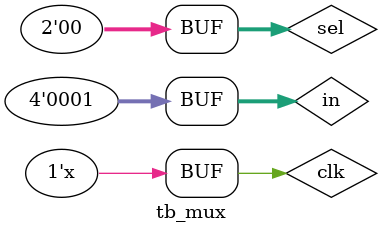
<source format=v>
`timescale 1ns / 1ps


module tb_mux();

reg clk;
reg [1:0] sel;
reg [3:0] in;
wire out;

mux_four_to_one mux(.clk(clk), .sel(sel), .in(in), .out(out));

initial begin 
clk = 0;
sel = 2'b00;
in = 4'b0000;

$monitor("INPUT= %b , SEL = %b, OUT= %b", in, sel, out);

#10 in  = 4'b1000; sel = 2'b11;
#10 in  = 4'b0100; sel = 2'b10;
#10 in  = 4'b0010; sel = 2'b01;
#10 in  = 4'b0001; sel = 2'b00;

end 


always #5 clk = ~clk;

endmodule

</source>
